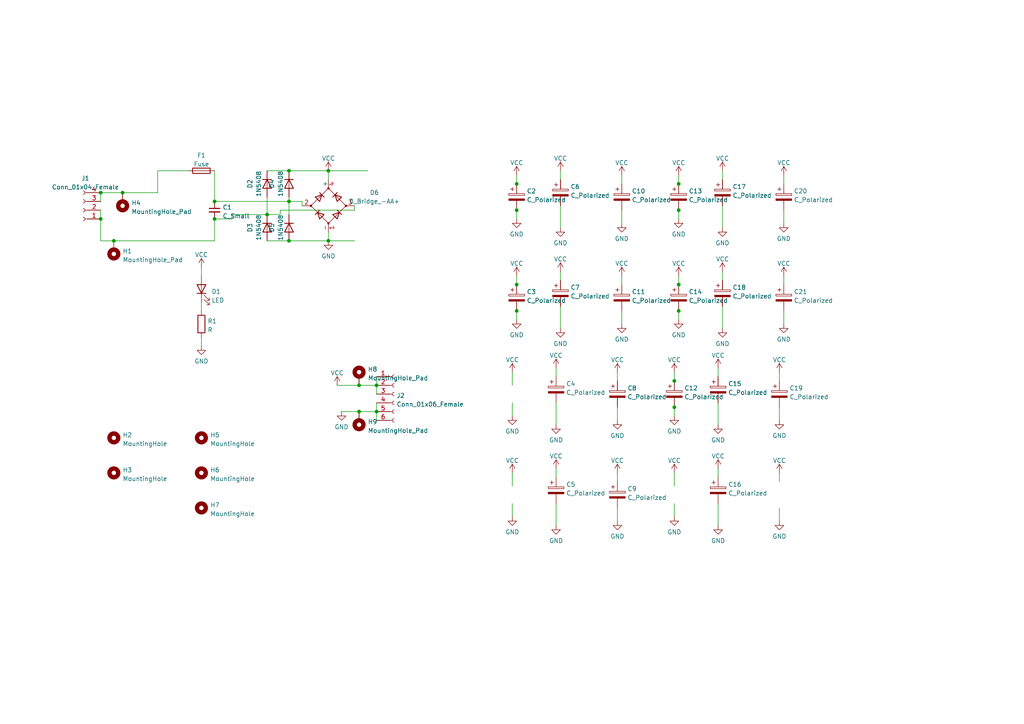
<source format=kicad_sch>
(kicad_sch (version 20231120) (generator "eeschema") (generator_version "8.0")
  (paper "A4")
  (title_block (title "Netzteilplatine") (date "2022-11-05") (rev "V1") (comment 1 "Funktion: Gleichrichtung und Glättung Universal"))
  (lib_symbols
    (symbol "Connector:Conn_01x04_Female" (pin_names (offset 1.016) hide)
      (property "Reference" "J" (at 0 5.08 0))
      (property "Value" "Conn_01x04_Female" (at 0 -7.62 0))
      (symbol "Conn_01x04_Female_1_1"
        (arc (start 0 -4.572) (mid -0.5058 -5.08) (end 0 -5.588) (stroke (width 0.1524)))
        (arc (start 0 -2.032) (mid -0.5058 -2.54) (end 0 -3.048) (stroke (width 0.1524)))
        (polyline (pts (xy -1.27 -5.08) (xy -0.508 -5.08)) (stroke (width 0.1524)))
        (polyline (pts (xy -1.27 -2.54) (xy -0.508 -2.54)) (stroke (width 0.1524)))
        (polyline (pts (xy -1.27 0) (xy -0.508 0)) (stroke (width 0.1524)))
        (polyline (pts (xy -1.27 2.54) (xy -0.508 2.54)) (stroke (width 0.1524)))
        (arc (start 0 0.508) (mid -0.5058 0) (end 0 -0.508) (stroke (width 0.1524)))
        (arc (start 0 3.048) (mid -0.5058 2.54) (end 0 2.032) (stroke (width 0.1524)))
        (pin passive line (at -5.08 2.54 0) (length 3.81) (name "Pin_1") (number "1"))
        (pin passive line (at -5.08 0 0) (length 3.81) (name "Pin_2") (number "2"))
        (pin passive line (at -5.08 -2.54 0) (length 3.81) (name "Pin_3") (number "3"))
        (pin passive line (at -5.08 -5.08 0) (length 3.81) (name "Pin_4") (number "4"))
      )
    )
    (symbol "Connector:Conn_01x06_Female" (pin_names (offset 1.016) hide)
      (property "Reference" "J" (at 0 7.62 0))
      (property "Value" "Conn_01x06_Female" (at 0 -10.16 0))
      (symbol "Conn_01x06_Female_1_1"
        (arc (start 0 -7.112) (mid -0.5058 -7.62) (end 0 -8.128) (stroke (width 0.1524)))
        (arc (start 0 -4.572) (mid -0.5058 -5.08) (end 0 -5.588) (stroke (width 0.1524)))
        (arc (start 0 -2.032) (mid -0.5058 -2.54) (end 0 -3.048) (stroke (width 0.1524)))
        (polyline (pts (xy -1.27 -7.62) (xy -0.508 -7.62)) (stroke (width 0.1524)))
        (polyline (pts (xy -1.27 -5.08) (xy -0.508 -5.08)) (stroke (width 0.1524)))
        (polyline (pts (xy -1.27 -2.54) (xy -0.508 -2.54)) (stroke (width 0.1524)))
        (polyline (pts (xy -1.27 0) (xy -0.508 0)) (stroke (width 0.1524)))
        (polyline (pts (xy -1.27 2.54) (xy -0.508 2.54)) (stroke (width 0.1524)))
        (polyline (pts (xy -1.27 5.08) (xy -0.508 5.08)) (stroke (width 0.1524)))
        (arc (start 0 0.508) (mid -0.5058 0) (end 0 -0.508) (stroke (width 0.1524)))
        (arc (start 0 3.048) (mid -0.5058 2.54) (end 0 2.032) (stroke (width 0.1524)))
        (arc (start 0 5.588) (mid -0.5058 5.08) (end 0 4.572) (stroke (width 0.1524)))
        (pin passive line (at -5.08 5.08 0) (length 3.81) (name "Pin_1") (number "1"))
        (pin passive line (at -5.08 2.54 0) (length 3.81) (name "Pin_2") (number "2"))
        (pin passive line (at -5.08 0 0) (length 3.81) (name "Pin_3") (number "3"))
        (pin passive line (at -5.08 -2.54 0) (length 3.81) (name "Pin_4") (number "4"))
        (pin passive line (at -5.08 -5.08 0) (length 3.81) (name "Pin_5") (number "5"))
        (pin passive line (at -5.08 -7.62 0) (length 3.81) (name "Pin_6") (number "6"))
      )
    )
    (symbol "Device:C_Polarized" (pin_numbers hide) (pin_names (offset 0.254))
      (property "Reference" "C" (at 0.635 2.54 0))
      (property "Value" "C_Polarized" (at 0.635 -2.54 0))
      (symbol "C_Polarized_0_1"
        (rectangle (start -2.286 0.508) (end 2.286 1.016))
        (polyline (pts (xy -1.778 2.286) (xy -0.762 2.286)))
        (polyline (pts (xy -1.27 2.794) (xy -1.27 1.778)))
        (rectangle (start 2.286 -0.508) (end -2.286 -1.016) (fill (type outline)))
      )
      (symbol "C_Polarized_1_1"
        (pin passive line (at 0 3.81 270) (length 2.794) (name "~") (number "1"))
        (pin passive line (at 0 -3.81 90) (length 2.794) (name "~") (number "2"))
      )
    )
    (symbol "Device:C_Small" (pin_numbers hide) (pin_names (offset 0.254) hide)
      (property "Reference" "C" (at 0.254 1.778 0))
      (property "Value" "C_Small" (at 0.254 -2.032 0))
      (symbol "C_Small_0_1"
        (polyline (pts (xy -1.524 -0.508) (xy 1.524 -0.508)) (stroke (width 0.3302)))
        (polyline (pts (xy -1.524 0.508) (xy 1.524 0.508)) (stroke (width 0.3048)))
      )
      (symbol "C_Small_1_1"
        (pin passive line (at 0 2.54 270) (length 2.032) (name "~") (number "1"))
        (pin passive line (at 0 -2.54 90) (length 2.032) (name "~") (number "2"))
      )
    )
    (symbol "Device:D_Bridge_-AA+" (pin_names (offset 0))
      (property "Reference" "D" (at 2.54 6.985 0))
      (property "Value" "D_Bridge_-AA+" (at 2.54 5.08 0))
      (symbol "D_Bridge_-AA+_0_1"
        (circle (center -5.08 0) (radius 0.254) (fill (type outline)))
        (circle (center 0 -5.08) (radius 0.254) (fill (type outline)))
        (polyline (pts (xy -2.54 3.81) (xy -1.27 2.54)) (stroke (width 0.254)))
        (polyline (pts (xy -1.27 -2.54) (xy -2.54 -3.81)) (stroke (width 0.254)))
        (polyline (pts (xy 2.54 -1.27) (xy 3.81 -2.54)) (stroke (width 0.254)))
        (polyline (pts (xy 2.54 1.27) (xy 3.81 2.54)) (stroke (width 0.254)))
        (polyline (pts (xy -3.81 2.54) (xy -2.54 1.27) (xy -1.905 3.175) (xy -3.81 2.54)) (stroke (width 0.254)))
        (polyline (pts (xy -2.54 -1.27) (xy -3.81 -2.54) (xy -1.905 -3.175) (xy -2.54 -1.27)) (stroke (width 0.254)))
        (polyline (pts (xy 1.27 2.54) (xy 2.54 3.81) (xy 3.175 1.905) (xy 1.27 2.54)) (stroke (width 0.254)))
        (polyline (pts (xy 3.175 -1.905) (xy 1.27 -2.54) (xy 2.54 -3.81) (xy 3.175 -1.905)) (stroke (width 0.254)))
        (polyline (pts (xy -5.08 0) (xy 0 -5.08) (xy 5.08 0) (xy 0 5.08) (xy -5.08 0)))
        (circle (center 0 5.08) (radius 0.254) (fill (type outline)))
        (circle (center 5.08 0) (radius 0.254) (fill (type outline)))
      )
      (symbol "D_Bridge_-AA+_1_1"
        (pin passive line (at -7.62 0 0) (length 2.54) (name "-") (number "1"))
        (pin passive line (at 0 7.62 270) (length 2.54) (name "~") (number "2"))
        (pin passive line (at 0 -7.62 90) (length 2.54) (name "~") (number "3"))
        (pin passive line (at 7.62 0 180) (length 2.54) (name "+") (number "4"))
      )
    )
    (symbol "Device:Fuse" (pin_numbers hide) (pin_names (offset 0))
      (property "Reference" "F" (at 2.032 0 90))
      (property "Value" "Fuse" (at -1.905 0 90))
      (symbol "Fuse_0_1"
        (rectangle (start -0.762 -2.54) (end 0.762 2.54) (stroke (width 0.254)))
        (polyline (pts (xy 0 2.54) (xy 0 -2.54)))
      )
      (symbol "Fuse_1_1"
        (pin passive line (at 0 3.81 270) (length 1.27) (name "~") (number "1"))
        (pin passive line (at 0 -3.81 90) (length 1.27) (name "~") (number "2"))
      )
    )
    (symbol "Device:LED" (pin_numbers hide) (pin_names (offset 1.016) hide)
      (property "Reference" "D" (at 0 2.54 0))
      (property "Value" "LED" (at 0 -2.54 0))
      (symbol "LED_0_1"
        (polyline (pts (xy -1.27 -1.27) (xy -1.27 1.27)) (stroke (width 0.254)))
        (polyline (pts (xy -1.27 0) (xy 1.27 0)))
        (polyline (pts (xy 1.27 -1.27) (xy 1.27 1.27) (xy -1.27 0) (xy 1.27 -1.27)) (stroke (width 0.254)))
        (polyline (pts (xy -3.048 -0.762) (xy -4.572 -2.286) (xy -3.81 -2.286) (xy -4.572 -2.286) (xy -4.572 -1.524)))
        (polyline (pts (xy -1.778 -0.762) (xy -3.302 -2.286) (xy -2.54 -2.286) (xy -3.302 -2.286) (xy -3.302 -1.524)))
      )
      (symbol "LED_1_1"
        (pin passive line (at -3.81 0 0) (length 2.54) (name "K") (number "1"))
        (pin passive line (at 3.81 0 180) (length 2.54) (name "A") (number "2"))
      )
    )
    (symbol "Device:R" (pin_numbers hide) (pin_names (offset 0))
      (property "Reference" "R" (at 2.032 0 90))
      (property "Value" "R" (at 0 0 90))
      (symbol "R_0_1"
        (rectangle (start -1.016 -2.54) (end 1.016 2.54) (stroke (width 0.254)))
      )
      (symbol "R_1_1"
        (pin passive line (at 0 3.81 270) (length 1.27) (name "~") (number "1"))
        (pin passive line (at 0 -3.81 90) (length 1.27) (name "~") (number "2"))
      )
    )
    (symbol "Diode:1N5408" (pin_numbers hide) (pin_names (offset 1.016) hide)
      (property "Reference" "D" (at 0 2.54 0))
      (property "Value" "1N5408" (at 0 -2.54 0))
      (symbol "1N5408_0_1"
        (polyline (pts (xy -1.27 1.27) (xy -1.27 -1.27)) (stroke (width 0.254)))
        (polyline (pts (xy 1.27 0) (xy -1.27 0)))
        (polyline (pts (xy 1.27 1.27) (xy 1.27 -1.27) (xy -1.27 0) (xy 1.27 1.27)) (stroke (width 0.254)))
      )
      (symbol "1N5408_1_1"
        (pin passive line (at -3.81 0 0) (length 2.54) (name "K") (number "1"))
        (pin passive line (at 3.81 0 180) (length 2.54) (name "A") (number "2"))
      )
    )
    (symbol "Mechanical:MountingHole" (pin_names (offset 1.016))
      (property "Reference" "H" (at 0 5.08 0))
      (property "Value" "MountingHole" (at 0 3.175 0))
      (symbol "MountingHole_0_1"
        (circle (center 0 0) (radius 1.27) (stroke (width 1.27)))
      )
    )
    (symbol "Mechanical:MountingHole_Pad" (pin_numbers hide) (pin_names (offset 1.016) hide)
      (property "Reference" "H" (at 0 6.35 0))
      (property "Value" "MountingHole_Pad" (at 0 4.445 0))
      (symbol "MountingHole_Pad_0_1"
        (circle (center 0 1.27) (radius 1.27) (stroke (width 1.27)))
      )
      (symbol "MountingHole_Pad_1_1"
        (pin input line (at 0 -2.54 90) (length 2.54) (name "1") (number "1"))
      )
    )
    (symbol "power:GND" (power) (pin_names (offset 0))
      (property "Value" "GND" (at 0 -3.81 0))
      (symbol "GND_0_1"
        (polyline (pts (xy 0 0) (xy 0 -1.27) (xy 1.27 -1.27) (xy 0 -2.54) (xy -1.27 -1.27) (xy 0 -1.27)))
      )
      (symbol "GND_1_1"
        (pin power_in line (at 0 0 270) (length 0) hide (name "GND") (number "1"))
      )
    )
    (symbol "power:VCC" (power) (pin_names (offset 0))
      (property "Value" "VCC" (at 0 3.81 0))
      (symbol "VCC_0_1"
        (polyline (pts (xy -0.762 1.27) (xy 0 2.54)))
        (polyline (pts (xy 0 0) (xy 0 2.54)))
        (polyline (pts (xy 0 2.54) (xy 0.762 1.27)))
      )
      (symbol "VCC_1_1"
        (pin power_in line (at 0 0 90) (length 0) hide (name "VCC") (number "1"))
      )
    )
  )
  (junction (at 149.86 60.96))
  (junction (at 195.58 110.49))
  (junction (at 104.14 111.76))
  (junction (at 104.14 119.38))
  (junction (at 196.85 90.17))
  (junction (at 149.86 53.34))
  (junction (at 62.23 58.42))
  (junction (at 29.21 63.5))
  (junction (at 195.58 118.11))
  (junction (at 109.22 119.38))
  (junction (at 149.86 90.17))
  (junction (at 95.25 49.53))
  (junction (at 83.82 58.42))
  (junction (at 149.86 82.55))
  (junction (at 35.56 55.88))
  (junction (at 196.85 82.55))
  (junction (at 62.23 63.5))
  (junction (at 83.82 69.85))
  (junction (at 196.85 53.34))
  (junction (at 33.02 69.85))
  (junction (at 83.82 49.53))
  (junction (at 109.22 111.76))
  (junction (at 29.21 55.88))
  (junction (at 95.25 69.85))
  (junction (at 77.47 62.23))
  (junction (at 196.85 60.96))
  (wire (pts (xy 226.06 118.11) (xy 226.06 121.92)))
  (wire (pts (xy 58.42 87.63) (xy 58.42 90.17)))
  (wire (pts (xy 161.29 106.68) (xy 161.29 109.22)))
  (wire (pts (xy 62.23 63.5) (xy 67.31 63.5)))
  (wire (pts (xy 81.28 62.23) (xy 81.28 60.96)))
  (wire (pts (xy 77.47 62.23) (xy 81.28 62.23)))
  (wire (pts (xy 226.06 137.16) (xy 226.06 139.7)))
  (wire (pts (xy 196.85 82.55) (xy 196.85 83.82)))
  (wire (pts (xy 67.31 63.5) (xy 67.31 62.23)))
  (wire (pts (xy 195.58 137.16) (xy 195.58 140.97)))
  (wire (pts (xy 227.33 60.96) (xy 227.33 64.77)))
  (wire (pts (xy 161.29 116.84) (xy 161.29 123.19)))
  (wire (pts (xy 148.59 137.16) (xy 148.59 140.97)))
  (wire (pts (xy 161.29 146.05) (xy 161.29 152.4)))
  (wire (pts (xy 195.58 146.05) (xy 195.58 149.86)))
  (wire (pts (xy 95.25 49.53) (xy 95.25 52.07)))
  (wire (pts (xy 81.28 60.96) (xy 102.87 60.96)))
  (wire (pts (xy 95.25 67.31) (xy 95.25 69.85)))
  (wire (pts (xy 33.02 69.85) (xy 62.23 69.85)))
  (wire (pts (xy 196.85 60.96) (xy 196.85 63.5)))
  (wire (pts (xy 62.23 58.42) (xy 83.82 58.42)))
  (wire (pts (xy 99.06 119.38) (xy 104.14 119.38)))
  (wire (pts (xy 62.23 49.53) (xy 62.23 58.42)))
  (wire (pts (xy 161.29 135.89) (xy 161.29 138.43)))
  (wire (pts (xy 227.33 50.8) (xy 227.33 53.34)))
  (wire (pts (xy 196.85 50.8) (xy 196.85 53.34)))
  (wire (pts (xy 195.58 107.95) (xy 195.58 110.49)))
  (wire (pts (xy 209.55 59.69) (xy 209.55 66.04)))
  (wire (pts (xy 29.21 55.88) (xy 35.56 55.88)))
  (wire (pts (xy 45.72 55.88) (xy 45.72 49.53)))
  (wire (pts (xy 148.59 107.95) (xy 148.59 111.76)))
  (wire (pts (xy 226.06 107.95) (xy 226.06 110.49)))
  (wire (pts (xy 58.42 77.47) (xy 58.42 80.01)))
  (wire (pts (xy 180.34 80.01) (xy 180.34 82.55)))
  (wire (pts (xy 109.22 119.38) (xy 109.22 121.92)))
  (wire (pts (xy 29.21 63.5) (xy 29.21 69.85)))
  (wire (pts (xy 149.86 60.96) (xy 149.86 63.5)))
  (wire (pts (xy 83.82 57.15) (xy 83.82 58.42)))
  (wire (pts (xy 208.28 116.84) (xy 208.28 123.19)))
  (wire (pts (xy 179.07 147.32) (xy 179.07 151.13)))
  (wire (pts (xy 196.85 53.34) (xy 196.85 54.61)))
  (wire (pts (xy 208.28 135.89) (xy 208.28 138.43)))
  (wire (pts (xy 29.21 69.85) (xy 33.02 69.85)))
  (wire (pts (xy 162.56 88.9) (xy 162.56 95.25)))
  (wire (pts (xy 149.86 90.17) (xy 149.86 92.71)))
  (wire (pts (xy 209.55 88.9) (xy 209.55 95.25)))
  (wire (pts (xy 104.14 111.76) (xy 109.22 111.76)))
  (wire (pts (xy 83.82 58.42) (xy 83.82 62.23)))
  (wire (pts (xy 149.86 50.8) (xy 149.86 53.34)))
  (wire (pts (xy 35.56 55.88) (xy 45.72 55.88)))
  (wire (pts (xy 95.25 69.85) (xy 102.87 69.85)))
  (wire (pts (xy 62.23 63.5) (xy 62.23 69.85)))
  (wire (pts (xy 102.87 59.69) (xy 102.87 60.96)))
  (wire (pts (xy 162.56 49.53) (xy 162.56 52.07)))
  (wire (pts (xy 29.21 55.88) (xy 29.21 58.42)))
  (wire (pts (xy 179.07 118.11) (xy 179.07 121.92)))
  (wire (pts (xy 149.86 82.55) (xy 149.86 83.82)))
  (wire (pts (xy 180.34 90.17) (xy 180.34 93.98)))
  (wire (pts (xy 162.56 59.69) (xy 162.56 66.04)))
  (wire (pts (xy 109.22 116.84) (xy 109.22 119.38)))
  (wire (pts (xy 209.55 49.53) (xy 209.55 52.07)))
  (wire (pts (xy 77.47 69.85) (xy 83.82 69.85)))
  (wire (pts (xy 83.82 49.53) (xy 95.25 49.53)))
  (wire (pts (xy 226.06 147.32) (xy 226.06 151.13)))
  (wire (pts (xy 180.34 50.8) (xy 180.34 53.34)))
  (wire (pts (xy 58.42 97.79) (xy 58.42 100.33)))
  (wire (pts (xy 83.82 58.42) (xy 87.63 58.42)))
  (wire (pts (xy 149.86 59.69) (xy 149.86 60.96)))
  (wire (pts (xy 109.22 111.76) (xy 109.22 114.3)))
  (wire (pts (xy 162.56 78.74) (xy 162.56 81.28)))
  (wire (pts (xy 196.85 59.69) (xy 196.85 60.96)))
  (wire (pts (xy 208.28 146.05) (xy 208.28 152.4)))
  (wire (pts (xy 149.86 88.9) (xy 149.86 90.17)))
  (wire (pts (xy 196.85 90.17) (xy 196.85 92.71)))
  (wire (pts (xy 195.58 118.11) (xy 195.58 120.65)))
  (wire (pts (xy 149.86 53.34) (xy 149.86 54.61)))
  (wire (pts (xy 179.07 137.16) (xy 179.07 139.7)))
  (wire (pts (xy 148.59 146.05) (xy 148.59 149.86)))
  (wire (pts (xy 83.82 69.85) (xy 95.25 69.85)))
  (wire (pts (xy 180.34 60.96) (xy 180.34 64.77)))
  (wire (pts (xy 227.33 80.01) (xy 227.33 82.55)))
  (wire (pts (xy 45.72 49.53) (xy 54.61 49.53)))
  (wire (pts (xy 196.85 80.01) (xy 196.85 82.55)))
  (wire (pts (xy 67.31 62.23) (xy 77.47 62.23)))
  (wire (pts (xy 149.86 80.01) (xy 149.86 82.55)))
  (wire (pts (xy 209.55 78.74) (xy 209.55 81.28)))
  (wire (pts (xy 195.58 110.49) (xy 195.58 111.76)))
  (wire (pts (xy 109.22 109.22) (xy 109.22 111.76)))
  (wire (pts (xy 87.63 59.69) (xy 87.63 58.42)))
  (wire (pts (xy 148.59 116.84) (xy 148.59 120.65)))
  (wire (pts (xy 179.07 107.95) (xy 179.07 110.49)))
  (wire (pts (xy 77.47 49.53) (xy 83.82 49.53)))
  (wire (pts (xy 77.47 57.15) (xy 77.47 62.23)))
  (wire (pts (xy 196.85 88.9) (xy 196.85 90.17)))
  (wire (pts (xy 97.79 111.76) (xy 104.14 111.76)))
  (wire (pts (xy 95.25 49.53) (xy 106.68 49.53)))
  (wire (pts (xy 104.14 119.38) (xy 109.22 119.38)))
  (wire (pts (xy 195.58 116.84) (xy 195.58 118.11)))
  (wire (pts (xy 227.33 90.17) (xy 227.33 93.98)))
  (wire (pts (xy 208.28 106.68) (xy 208.28 109.22)))
  (wire (pts (xy 29.21 60.96) (xy 29.21 63.5)))
  (symbol (lib_id "power:GND") (at 209.55 95.25 0) (unit 1)
    (property "Reference" "#PWR046" (effects (hide yes)))
    (property "Value" "GND" (at 209.55 99.6934 0))
  )
  (symbol (lib_id "power:VCC") (at 148.59 107.95 0) (unit 1)
    (property "Reference" "#PWR07" (effects (hide yes)))
    (property "Value" "VCC" (at 148.59 104.3742 0))
  )
  (symbol (lib_id "Device:C_Polarized") (at 162.56 55.88 0) (unit 1)
    (property "Reference" "C6" (at 165.481 54.1563 0) (effects (justify left)))
    (property "Value" "C_Polarized" (at 165.481 56.6932 0) (effects (justify left)))
    (property "Footprint" "Capacitor_THT:CP_Radial_D12.5mm_P5.00mm" (effects (hide yes)))
  )
  (symbol (lib_id "Mechanical:MountingHole_Pad") (at 33.02 72.39 180) (unit 1)
    (property "Reference" "H1" (at 35.56 72.8253 0) (effects (justify right)))
    (property "Value" "MountingHole_Pad" (at 35.56 75.3622 0) (effects (justify right)))
    (property "Footprint" "MountingHole:MountingHole_3.2mm_M3_Pad_TopBottom" (effects (hide yes)))
  )
  (symbol (lib_id "power:VCC") (at 95.25 49.53 0) (unit 1)
    (property "Reference" "#PWR03" (effects (hide yes)))
    (property "Value" "VCC" (at 95.25 45.9542 0))
  )
  (symbol (lib_id "Device:C_Polarized") (at 196.85 57.15 0) (unit 1)
    (property "Reference" "C13" (at 199.771 55.4263 0) (effects (justify left)))
    (property "Value" "C_Polarized" (at 199.771 57.9632 0) (effects (justify left)))
    (property "Footprint" "Capacitor_THT:CP_Radial_D12.5mm_P5.00mm" (effects (hide yes)))
  )
  (symbol (lib_id "power:GND") (at 161.29 152.4 0) (unit 1)
    (property "Reference" "#PWR018" (effects (hide yes)))
    (property "Value" "GND" (at 161.29 156.8434 0))
  )
  (symbol (lib_id "power:VCC") (at 208.28 135.89 0) (unit 1)
    (property "Reference" "#PWR041" (effects (hide yes)))
    (property "Value" "VCC" (at 208.28 132.3142 0))
  )
  (symbol (lib_id "Device:C_Polarized") (at 162.56 85.09 0) (unit 1)
    (property "Reference" "C7" (at 165.481 83.3663 0) (effects (justify left)))
    (property "Value" "C_Polarized" (at 165.481 85.9032 0) (effects (justify left)))
    (property "Footprint" "Capacitor_THT:CP_Radial_D12.5mm_P5.00mm" (effects (hide yes)))
  )
  (symbol (lib_id "power:VCC") (at 195.58 107.95 0) (unit 1)
    (property "Reference" "#PWR031" (effects (hide yes)))
    (property "Value" "VCC" (at 195.58 104.3742 0))
  )
  (symbol (lib_id "Device:C_Polarized") (at 195.58 114.3 0) (unit 1)
    (property "Reference" "C12" (at 198.501 112.5763 0) (effects (justify left)))
    (property "Value" "C_Polarized" (at 198.501 115.1132 0) (effects (justify left)))
    (property "Footprint" "Capacitor_THT:CP_Radial_D12.5mm_P5.00mm" (effects (hide yes)))
  )
  (symbol (lib_id "power:GND") (at 148.59 149.86 0) (unit 1)
    (property "Reference" "#PWR010" (effects (hide yes)))
    (property "Value" "GND" (at 148.59 154.3034 0))
  )
  (symbol (lib_id "power:VCC") (at 162.56 78.74 0) (unit 1)
    (property "Reference" "#PWR021" (effects (hide yes)))
    (property "Value" "VCC" (at 162.56 75.1642 0))
  )
  (symbol (lib_id "Diode:1N5408") (at 83.82 66.04 270) (unit 1)
    (property "Reference" "D5" (at 78.8502 66.04 0))
    (property "Value" "1N5408" (at 81.3871 66.04 0))
    (property "Footprint" "Diode_THT:D_DO-201AD_P15.24mm_Horizontal" (effects (hide yes)))
    (property "Datasheet" "http://www.vishay.com/docs/88516/1n5400.pdf" (effects (hide yes)))
  )
  (symbol (lib_id "Device:R") (at 58.42 93.98 0) (unit 1)
    (property "Reference" "R1" (at 60.198 93.1453 0) (effects (justify left)))
    (property "Value" "R" (at 60.198 95.6822 0) (effects (justify left)))
    (property "Footprint" "Resistor_THT:R_Axial_DIN0204_L3.6mm_D1.6mm_P7.62mm_Horizontal" (effects (hide yes)))
  )
  (symbol (lib_id "power:GND") (at 195.58 120.65 0) (unit 1)
    (property "Reference" "#PWR032" (effects (hide yes)))
    (property "Value" "GND" (at 195.58 125.0934 0))
  )
  (symbol (lib_id "power:GND") (at 149.86 92.71 0) (unit 1)
    (property "Reference" "#PWR014" (effects (hide yes)))
    (property "Value" "GND" (at 149.86 97.1534 0))
  )
  (symbol (lib_id "power:VCC") (at 161.29 106.68 0) (unit 1)
    (property "Reference" "#PWR015" (effects (hide yes)))
    (property "Value" "VCC" (at 161.29 103.1042 0))
  )
  (symbol (lib_id "power:GND") (at 195.58 149.86 0) (unit 1)
    (property "Reference" "#PWR034" (effects (hide yes)))
    (property "Value" "GND" (at 195.58 154.3034 0))
  )
  (symbol (lib_id "Device:C_Polarized") (at 149.86 86.36 0) (unit 1)
    (property "Reference" "C3" (at 152.781 84.6363 0) (effects (justify left)))
    (property "Value" "C_Polarized" (at 152.781 87.1732 0) (effects (justify left)))
    (property "Footprint" "Capacitor_THT:CP_Radial_D12.5mm_P5.00mm" (effects (hide yes)))
  )
  (symbol (lib_id "Device:C_Polarized") (at 180.34 86.36 0) (unit 1)
    (property "Reference" "C11" (at 183.261 84.6363 0) (effects (justify left)))
    (property "Value" "C_Polarized" (at 183.261 87.1732 0) (effects (justify left)))
    (property "Footprint" "Capacitor_THT:CP_Radial_D12.5mm_P5.00mm" (effects (hide yes)))
  )
  (symbol (lib_id "power:GND") (at 149.86 63.5 0) (unit 1)
    (property "Reference" "#PWR012" (effects (hide yes)))
    (property "Value" "GND" (at 149.86 67.9434 0))
  )
  (symbol (lib_id "power:GND") (at 196.85 63.5 0) (unit 1)
    (property "Reference" "#PWR036" (effects (hide yes)))
    (property "Value" "GND" (at 196.85 67.9434 0))
  )
  (symbol (lib_id "power:VCC") (at 162.56 49.53 0) (unit 1)
    (property "Reference" "#PWR019" (effects (hide yes)))
    (property "Value" "VCC" (at 162.56 45.9542 0))
  )
  (symbol (lib_id "power:GND") (at 162.56 66.04 0) (unit 1)
    (property "Reference" "#PWR020" (effects (hide yes)))
    (property "Value" "GND" (at 162.56 70.4834 0))
  )
  (symbol (lib_id "Diode:1N5408") (at 77.47 66.04 270) (unit 1)
    (property "Reference" "D3" (at 72.5002 66.04 0))
    (property "Value" "1N5408" (at 75.0371 66.04 0))
    (property "Footprint" "Diode_THT:D_DO-201AD_P15.24mm_Horizontal" (effects (hide yes)))
    (property "Datasheet" "http://www.vishay.com/docs/88516/1n5400.pdf" (effects (hide yes)))
  )
  (symbol (lib_id "power:VCC") (at 180.34 50.8 0) (unit 1)
    (property "Reference" "#PWR027" (effects (hide yes)))
    (property "Value" "VCC" (at 180.34 47.2242 0))
  )
  (symbol (lib_id "power:VCC") (at 180.34 80.01 0) (unit 1)
    (property "Reference" "#PWR029" (effects (hide yes)))
    (property "Value" "VCC" (at 180.34 76.4342 0))
  )
  (symbol (lib_id "power:GND") (at 226.06 151.13 0) (unit 1)
    (property "Reference" "#PWR050" (effects (hide yes)))
    (property "Value" "GND" (at 226.06 155.5734 0))
  )
  (symbol (lib_id "power:VCC") (at 226.06 137.16 0) (unit 1)
    (property "Reference" "#PWR049" (effects (hide yes)))
    (property "Value" "VCC" (at 226.06 133.5842 0))
  )
  (symbol (lib_id "power:GND") (at 180.34 93.98 0) (unit 1)
    (property "Reference" "#PWR030" (effects (hide yes)))
    (property "Value" "GND" (at 180.34 98.4234 0))
  )
  (symbol (lib_id "Device:C_Polarized") (at 180.34 57.15 0) (unit 1)
    (property "Reference" "C10" (at 183.261 55.4263 0) (effects (justify left)))
    (property "Value" "C_Polarized" (at 183.261 57.9632 0) (effects (justify left)))
    (property "Footprint" "Capacitor_THT:C_Rect_L16.5mm_W5.0mm_P15.00mm_MKT" (effects (hide yes)))
  )
  (symbol (lib_id "Device:C_Polarized") (at 227.33 86.36 0) (unit 1)
    (property "Reference" "C21" (at 230.251 84.6363 0) (effects (justify left)))
    (property "Value" "C_Polarized" (at 230.251 87.1732 0) (effects (justify left)))
    (property "Footprint" "Capacitor_THT:C_Rect_L16.5mm_W5.0mm_P15.00mm_MKT" (effects (hide yes)))
  )
  (symbol (lib_id "power:VCC") (at 97.79 111.76 0) (unit 1)
    (property "Reference" "#PWR05" (effects (hide yes)))
    (property "Value" "VCC" (at 97.79 108.1842 0))
  )
  (symbol (lib_id "Mechanical:MountingHole_Pad") (at 104.14 109.22 0) (unit 1)
    (property "Reference" "H8" (at 106.68 107.1153 0) (effects (justify left)))
    (property "Value" "MountingHole_Pad" (at 106.68 109.6522 0) (effects (justify left)))
    (property "Footprint" "MountingHole:MountingHole_3.2mm_M3_Pad_TopBottom" (effects (hide yes)))
  )
  (symbol (lib_id "power:GND") (at 208.28 123.19 0) (unit 1)
    (property "Reference" "#PWR040" (effects (hide yes)))
    (property "Value" "GND" (at 208.28 127.6334 0))
  )
  (symbol (lib_id "Device:C_Small") (at 62.23 60.96 0) (unit 1)
    (property "Reference" "C1" (at 64.5541 60.1316 0) (effects (justify left)))
    (property "Value" "C_Small" (at 64.5541 62.6685 0) (effects (justify left)))
    (property "Footprint" "Capacitor_THT:C_Axial_L12.0mm_D6.5mm_P15.00mm_Horizontal" (effects (hide yes)))
  )
  (symbol (lib_id "Device:C_Polarized") (at 209.55 55.88 0) (unit 1)
    (property "Reference" "C17" (at 212.471 54.1563 0) (effects (justify left)))
    (property "Value" "C_Polarized" (at 212.471 56.6932 0) (effects (justify left)))
    (property "Footprint" "Capacitor_THT:CP_Radial_D12.5mm_P5.00mm" (effects (hide yes)))
  )
  (symbol (lib_id "power:VCC") (at 227.33 80.01 0) (unit 1)
    (property "Reference" "#PWR053" (effects (hide yes)))
    (property "Value" "VCC" (at 227.33 76.4342 0))
  )
  (symbol (lib_id "Device:C_Polarized") (at 179.07 143.51 0) (unit 1)
    (property "Reference" "C9" (at 181.991 141.7863 0) (effects (justify left)))
    (property "Value" "C_Polarized" (at 181.991 144.3232 0) (effects (justify left)))
    (property "Footprint" "Capacitor_THT:C_Rect_L16.5mm_W5.0mm_P15.00mm_MKT" (effects (hide yes)))
  )
  (symbol (lib_id "Device:C_Polarized") (at 161.29 113.03 0) (unit 1)
    (property "Reference" "C4" (at 164.211 111.3063 0) (effects (justify left)))
    (property "Value" "C_Polarized" (at 164.211 113.8432 0) (effects (justify left)))
    (property "Footprint" "Capacitor_THT:CP_Radial_D12.5mm_P5.00mm" (effects (hide yes)))
  )
  (symbol (lib_id "power:GND") (at 196.85 92.71 0) (unit 1)
    (property "Reference" "#PWR038" (effects (hide yes)))
    (property "Value" "GND" (at 196.85 97.1534 0))
  )
  (symbol (lib_id "power:VCC") (at 209.55 78.74 0) (unit 1)
    (property "Reference" "#PWR045" (effects (hide yes)))
    (property "Value" "VCC" (at 209.55 75.1642 0))
  )
  (symbol (lib_id "Mechanical:MountingHole") (at 33.02 137.16 0) (unit 1)
    (property "Reference" "H3" (at 35.56 136.3253 0) (effects (justify left)))
    (property "Value" "MountingHole" (at 35.56 138.8622 0) (effects (justify left)))
    (property "Footprint" "MountingHole:MountingHole_3.5mm_Pad" (effects (hide yes)))
  )
  (symbol (lib_id "Mechanical:MountingHole") (at 58.42 137.16 0) (unit 1)
    (property "Reference" "H6" (at 60.96 136.3253 0) (effects (justify left)))
    (property "Value" "MountingHole" (at 60.96 138.8622 0) (effects (justify left)))
    (property "Footprint" "MountingHole:MountingHole_3.5mm_Pad" (effects (hide yes)))
  )
  (symbol (lib_id "power:VCC") (at 209.55 49.53 0) (unit 1)
    (property "Reference" "#PWR043" (effects (hide yes)))
    (property "Value" "VCC" (at 209.55 45.9542 0))
  )
  (symbol (lib_id "power:VCC") (at 196.85 80.01 0) (unit 1)
    (property "Reference" "#PWR037" (effects (hide yes)))
    (property "Value" "VCC" (at 196.85 76.4342 0))
  )
  (symbol (lib_id "power:VCC") (at 179.07 107.95 0) (unit 1)
    (property "Reference" "#PWR023" (effects (hide yes)))
    (property "Value" "VCC" (at 179.07 104.3742 0))
  )
  (symbol (lib_id "power:VCC") (at 195.58 137.16 0) (unit 1)
    (property "Reference" "#PWR033" (effects (hide yes)))
    (property "Value" "VCC" (at 195.58 133.5842 0))
  )
  (symbol (lib_id "power:GND") (at 179.07 151.13 0) (unit 1)
    (property "Reference" "#PWR026" (effects (hide yes)))
    (property "Value" "GND" (at 179.07 155.5734 0))
  )
  (symbol (lib_id "power:GND") (at 226.06 121.92 0) (unit 1)
    (property "Reference" "#PWR048" (effects (hide yes)))
    (property "Value" "GND" (at 226.06 126.3634 0))
  )
  (symbol (lib_id "power:VCC") (at 196.85 50.8 0) (unit 1)
    (property "Reference" "#PWR035" (effects (hide yes)))
    (property "Value" "VCC" (at 196.85 47.2242 0))
  )
  (symbol (lib_id "Device:C_Polarized") (at 227.33 57.15 0) (unit 1)
    (property "Reference" "C20" (at 230.251 55.4263 0) (effects (justify left)))
    (property "Value" "C_Polarized" (at 230.251 57.9632 0) (effects (justify left)))
    (property "Footprint" "Capacitor_THT:C_Rect_L16.5mm_W5.0mm_P15.00mm_MKT" (effects (hide yes)))
  )
  (symbol (lib_id "Mechanical:MountingHole") (at 33.02 127 0) (unit 1)
    (property "Reference" "H2" (at 35.56 126.1653 0) (effects (justify left)))
    (property "Value" "MountingHole" (at 35.56 128.7022 0) (effects (justify left)))
    (property "Footprint" "MountingHole:MountingHole_3.5mm_Pad" (effects (hide yes)))
  )
  (symbol (lib_id "power:GND") (at 148.59 120.65 0) (unit 1)
    (property "Reference" "#PWR08" (effects (hide yes)))
    (property "Value" "GND" (at 148.59 125.0934 0))
  )
  (symbol (lib_id "Device:D_Bridge_-AA+") (at 95.25 59.69 90) (unit 1)
    (property "Reference" "D6" (at 108.5858 55.8633 90))
    (property "Value" "D_Bridge_-AA+" (at 108.5858 58.4002 90))
    (property "Footprint" "Diode_THT:Diode_Bridge_Vishay_GBU" (effects (hide yes)))
  )
  (symbol (lib_id "power:VCC") (at 149.86 80.01 0) (unit 1)
    (property "Reference" "#PWR013" (effects (hide yes)))
    (property "Value" "VCC" (at 149.86 76.4342 0))
  )
  (symbol (lib_id "Diode:1N5408") (at 77.47 53.34 270) (unit 1)
    (property "Reference" "D2" (at 72.5002 53.34 0))
    (property "Value" "1N5408" (at 75.0371 53.34 0))
    (property "Footprint" "Diode_THT:D_DO-201AD_P15.24mm_Horizontal" (effects (hide yes)))
    (property "Datasheet" "http://www.vishay.com/docs/88516/1n5400.pdf" (effects (hide yes)))
  )
  (symbol (lib_id "power:GND") (at 95.25 69.85 0) (unit 1)
    (property "Reference" "#PWR04" (effects (hide yes)))
    (property "Value" "GND" (at 95.25 74.2934 0))
  )
  (symbol (lib_id "Device:C_Polarized") (at 196.85 86.36 0) (unit 1)
    (property "Reference" "C14" (at 199.771 84.6363 0) (effects (justify left)))
    (property "Value" "C_Polarized" (at 199.771 87.1732 0) (effects (justify left)))
    (property "Footprint" "Capacitor_THT:CP_Radial_D12.5mm_P5.00mm" (effects (hide yes)))
  )
  (symbol (lib_id "power:GND") (at 161.29 123.19 0) (unit 1)
    (property "Reference" "#PWR016" (effects (hide yes)))
    (property "Value" "GND" (at 161.29 127.6334 0))
  )
  (symbol (lib_id "Device:C_Polarized") (at 208.28 142.24 0) (unit 1)
    (property "Reference" "C16" (at 211.201 140.5163 0) (effects (justify left)))
    (property "Value" "C_Polarized" (at 211.201 143.0532 0) (effects (justify left)))
    (property "Footprint" "Capacitor_THT:CP_Radial_D12.5mm_P5.00mm" (effects (hide yes)))
  )
  (symbol (lib_id "Connector:Conn_01x04_Female") (at 24.13 60.96 180) (unit 1)
    (property "Reference" "J1" (at 24.765 51.723 0))
    (property "Value" "Conn_01x04_Female" (at 24.765 54.2599 0))
    (property "Footprint" "Connector_PinHeader_2.54mm:PinHeader_1x04_P2.54mm_Vertical" (effects (hide yes)))
  )
  (symbol (lib_id "power:VCC") (at 58.42 77.47 0) (unit 1)
    (property "Reference" "#PWR01" (effects (hide yes)))
    (property "Value" "VCC" (at 58.42 73.8942 0))
  )
  (symbol (lib_id "power:GND") (at 209.55 66.04 0) (unit 1)
    (property "Reference" "#PWR044" (effects (hide yes)))
    (property "Value" "GND" (at 209.55 70.4834 0))
  )
  (symbol (lib_id "power:VCC") (at 226.06 107.95 0) (unit 1)
    (property "Reference" "#PWR047" (effects (hide yes)))
    (property "Value" "VCC" (at 226.06 104.3742 0))
  )
  (symbol (lib_id "Connector:Conn_01x06_Female") (at 114.3 114.3 0) (unit 1)
    (property "Reference" "J2" (at 115.0112 114.7353 0) (effects (justify left)))
    (property "Value" "Conn_01x06_Female" (at 115.0112 117.2722 0) (effects (justify left)))
    (property "Footprint" "Connector_PinHeader_2.54mm:PinHeader_1x06_P2.54mm_Vertical" (effects (hide yes)))
  )
  (symbol (lib_id "power:VCC") (at 161.29 135.89 0) (unit 1)
    (property "Reference" "#PWR017" (effects (hide yes)))
    (property "Value" "VCC" (at 161.29 132.3142 0))
  )
  (symbol (lib_id "power:GND") (at 179.07 121.92 0) (unit 1)
    (property "Reference" "#PWR024" (effects (hide yes)))
    (property "Value" "GND" (at 179.07 126.3634 0))
  )
  (symbol (lib_id "power:GND") (at 227.33 93.98 0) (unit 1)
    (property "Reference" "#PWR054" (effects (hide yes)))
    (property "Value" "GND" (at 227.33 98.4234 0))
  )
  (symbol (lib_id "power:GND") (at 227.33 64.77 0) (unit 1)
    (property "Reference" "#PWR052" (effects (hide yes)))
    (property "Value" "GND" (at 227.33 69.2134 0))
  )
  (symbol (lib_id "Device:Fuse") (at 58.42 49.53 90) (unit 1)
    (property "Reference" "F1" (at 58.42 45.0682 90))
    (property "Value" "Fuse" (at 58.42 47.6051 90))
    (property "Footprint" "Fuse:Fuseholder_Littelfuse_100_series_5x20mm" (effects (hide yes)))
  )
  (symbol (lib_id "Device:C_Polarized") (at 208.28 113.03 0) (unit 1)
    (property "Reference" "C15" (at 211.201 111.3063 0) (effects (justify left)))
    (property "Value" "C_Polarized" (at 211.201 113.8432 0) (effects (justify left)))
    (property "Footprint" "Capacitor_THT:CP_Radial_D12.5mm_P5.00mm" (effects (hide yes)))
  )
  (symbol (lib_id "Device:C_Polarized") (at 226.06 114.3 0) (unit 1)
    (property "Reference" "C19" (at 228.981 112.5763 0) (effects (justify left)))
    (property "Value" "C_Polarized" (at 228.981 115.1132 0) (effects (justify left)))
    (property "Footprint" "Capacitor_THT:CP_Radial_D12.5mm_P5.00mm" (effects (hide yes)))
  )
  (symbol (lib_id "Mechanical:MountingHole_Pad") (at 104.14 121.92 180) (unit 1)
    (property "Reference" "H9" (at 106.68 122.3553 0) (effects (justify right)))
    (property "Value" "MountingHole_Pad" (at 106.68 124.8922 0) (effects (justify right)))
    (property "Footprint" "MountingHole:MountingHole_3.2mm_M3_Pad_TopBottom" (effects (hide yes)))
  )
  (symbol (lib_id "power:GND") (at 162.56 95.25 0) (unit 1)
    (property "Reference" "#PWR022" (effects (hide yes)))
    (property "Value" "GND" (at 162.56 99.6934 0))
  )
  (symbol (lib_id "power:GND") (at 208.28 152.4 0) (unit 1)
    (property "Reference" "#PWR042" (effects (hide yes)))
    (property "Value" "GND" (at 208.28 156.8434 0))
  )
  (symbol (lib_id "power:GND") (at 180.34 64.77 0) (unit 1)
    (property "Reference" "#PWR028" (effects (hide yes)))
    (property "Value" "GND" (at 180.34 69.2134 0))
  )
  (symbol (lib_id "Device:C_Polarized") (at 161.29 142.24 0) (unit 1)
    (property "Reference" "C5" (at 164.211 140.5163 0) (effects (justify left)))
    (property "Value" "C_Polarized" (at 164.211 143.0532 0) (effects (justify left)))
    (property "Footprint" "Capacitor_THT:CP_Radial_D12.5mm_P5.00mm" (effects (hide yes)))
  )
  (symbol (lib_id "Device:LED") (at 58.42 83.82 90) (unit 1)
    (property "Reference" "D1" (at 61.341 84.5728 90) (effects (justify right)))
    (property "Value" "LED" (at 61.341 87.1097 90) (effects (justify right)))
    (property "Footprint" "LED_THT:LED_D3.0mm_Clear" (effects (hide yes)))
  )
  (symbol (lib_id "power:VCC") (at 149.86 50.8 0) (unit 1)
    (property "Reference" "#PWR011" (effects (hide yes)))
    (property "Value" "VCC" (at 149.86 47.2242 0))
  )
  (symbol (lib_id "power:VCC") (at 208.28 106.68 0) (unit 1)
    (property "Reference" "#PWR039" (effects (hide yes)))
    (property "Value" "VCC" (at 208.28 103.1042 0))
  )
  (symbol (lib_id "Mechanical:MountingHole_Pad") (at 35.56 58.42 180) (unit 1)
    (property "Reference" "H4" (at 38.1 58.8553 0) (effects (justify right)))
    (property "Value" "MountingHole_Pad" (at 38.1 61.3922 0) (effects (justify right)))
    (property "Footprint" "MountingHole:MountingHole_3.2mm_M3_Pad_TopBottom" (effects (hide yes)))
  )
  (symbol (lib_id "Diode:1N5408") (at 83.82 53.34 270) (unit 1)
    (property "Reference" "D4" (at 78.8502 53.34 0))
    (property "Value" "1N5408" (at 81.3871 53.34 0))
    (property "Footprint" "Diode_THT:D_DO-201AD_P15.24mm_Horizontal" (effects (hide yes)))
    (property "Datasheet" "http://www.vishay.com/docs/88516/1n5400.pdf" (effects (hide yes)))
  )
  (symbol (lib_id "power:GND") (at 58.42 100.33 0) (unit 1)
    (property "Reference" "#PWR02" (effects (hide yes)))
    (property "Value" "GND" (at 58.42 104.7734 0))
  )
  (symbol (lib_id "power:VCC") (at 148.59 137.16 0) (unit 1)
    (property "Reference" "#PWR09" (effects (hide yes)))
    (property "Value" "VCC" (at 148.59 133.5842 0))
  )
  (symbol (lib_id "Device:C_Polarized") (at 179.07 114.3 0) (unit 1)
    (property "Reference" "C8" (at 181.991 112.5763 0) (effects (justify left)))
    (property "Value" "C_Polarized" (at 181.991 115.1132 0) (effects (justify left)))
    (property "Footprint" "Capacitor_THT:CP_Radial_D12.5mm_P5.00mm" (effects (hide yes)))
  )
  (symbol (lib_id "Device:C_Polarized") (at 209.55 85.09 0) (unit 1)
    (property "Reference" "C18" (at 212.471 83.3663 0) (effects (justify left)))
    (property "Value" "C_Polarized" (at 212.471 85.9032 0) (effects (justify left)))
    (property "Footprint" "Capacitor_THT:CP_Radial_D12.5mm_P5.00mm" (effects (hide yes)))
  )
  (symbol (lib_id "Mechanical:MountingHole") (at 58.42 127 0) (unit 1)
    (property "Reference" "H5" (at 60.96 126.1653 0) (effects (justify left)))
    (property "Value" "MountingHole" (at 60.96 128.7022 0) (effects (justify left)))
    (property "Footprint" "MountingHole:MountingHole_3.5mm_Pad" (effects (hide yes)))
  )
  (symbol (lib_id "power:GND") (at 99.06 119.38 0) (unit 1)
    (property "Reference" "#PWR06" (effects (hide yes)))
    (property "Value" "GND" (at 99.06 123.8234 0))
  )
  (symbol (lib_id "power:VCC") (at 227.33 50.8 0) (unit 1)
    (property "Reference" "#PWR051" (effects (hide yes)))
    (property "Value" "VCC" (at 227.33 47.2242 0))
  )
  (symbol (lib_id "Mechanical:MountingHole") (at 58.42 147.32 0) (unit 1)
    (property "Reference" "H7" (at 60.96 146.4853 0) (effects (justify left)))
    (property "Value" "MountingHole" (at 60.96 149.0222 0) (effects (justify left)))
    (property "Footprint" "MountingHole:MountingHole_3.5mm_Pad" (effects (hide yes)))
  )
  (symbol (lib_id "power:VCC") (at 179.07 137.16 0) (unit 1)
    (property "Reference" "#PWR025" (effects (hide yes)))
    (property "Value" "VCC" (at 179.07 133.5842 0))
  )
  (symbol (lib_id "Device:C_Polarized") (at 149.86 57.15 0) (unit 1)
    (property "Reference" "C2" (at 152.781 55.4263 0) (effects (justify left)))
    (property "Value" "C_Polarized" (at 152.781 57.9632 0) (effects (justify left)))
    (property "Footprint" "Capacitor_THT:CP_Radial_D12.5mm_P5.00mm" (effects (hide yes)))
  )
)
</source>
